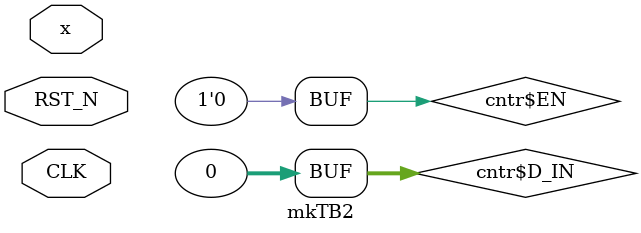
<source format=v>

`ifdef BSV_ASSIGNMENT_DELAY
`else
  `define BSV_ASSIGNMENT_DELAY
`endif

`ifdef BSV_POSITIVE_RESET
  `define BSV_RESET_VALUE 1'b1
  `define BSV_RESET_EDGE posedge
`else
  `define BSV_RESET_VALUE 1'b0
  `define BSV_RESET_EDGE negedge
`endif

module mkTB2(x,
	     CLK,
	     RST_N);
  input  [31 : 0] x;
  input  CLK;
  input  RST_N;

  // register cntr
  reg [31 : 0] cntr;
  wire [31 : 0] cntr$D_IN;
  wire cntr$EN;

  // register cntr
  assign cntr$D_IN = 32'h0 ;
  assign cntr$EN = 1'b0 ;

  // handling of inlined registers

  always@(posedge CLK)
  begin
    if (RST_N == `BSV_RESET_VALUE)
      begin
        cntr <= `BSV_ASSIGNMENT_DELAY 32'd0;
      end
    else
      begin
        if (cntr$EN) cntr <= `BSV_ASSIGNMENT_DELAY cntr$D_IN;
      end
  end

  // synopsys translate_off
  `ifdef BSV_NO_INITIAL_BLOCKS
  `else // not BSV_NO_INITIAL_BLOCKS
  initial
  begin
    cntr = 32'hAAAAAAAA;
  end
  `endif // BSV_NO_INITIAL_BLOCKS
  // synopsys translate_on

  // handling of system tasks

  // synopsys translate_off
  always@(negedge CLK)
  begin
    #0;
    $display("Hallo Welt!");
    $finish(32'd0);
  end
  // synopsys translate_on
endmodule  // mkTB2


</source>
